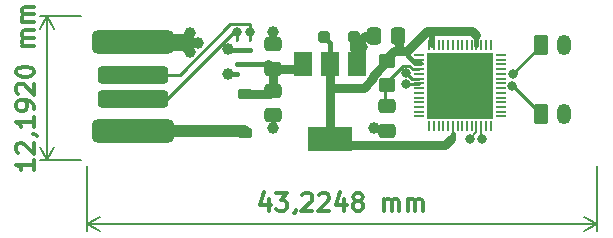
<source format=gbr>
%TF.GenerationSoftware,KiCad,Pcbnew,7.0.7-7.0.7~ubuntu22.04.1*%
%TF.CreationDate,2023-09-14T15:18:48+02:00*%
%TF.ProjectId,MoozyNano,4d6f6f7a-794e-4616-9e6f-2e6b69636164,rev?*%
%TF.SameCoordinates,Original*%
%TF.FileFunction,Copper,L1,Top*%
%TF.FilePolarity,Positive*%
%FSLAX46Y46*%
G04 Gerber Fmt 4.6, Leading zero omitted, Abs format (unit mm)*
G04 Created by KiCad (PCBNEW 7.0.7-7.0.7~ubuntu22.04.1) date 2023-09-14 15:18:48*
%MOMM*%
%LPD*%
G01*
G04 APERTURE LIST*
G04 Aperture macros list*
%AMRoundRect*
0 Rectangle with rounded corners*
0 $1 Rounding radius*
0 $2 $3 $4 $5 $6 $7 $8 $9 X,Y pos of 4 corners*
0 Add a 4 corners polygon primitive as box body*
4,1,4,$2,$3,$4,$5,$6,$7,$8,$9,$2,$3,0*
0 Add four circle primitives for the rounded corners*
1,1,$1+$1,$2,$3*
1,1,$1+$1,$4,$5*
1,1,$1+$1,$6,$7*
1,1,$1+$1,$8,$9*
0 Add four rect primitives between the rounded corners*
20,1,$1+$1,$2,$3,$4,$5,0*
20,1,$1+$1,$4,$5,$6,$7,0*
20,1,$1+$1,$6,$7,$8,$9,0*
20,1,$1+$1,$8,$9,$2,$3,0*%
G04 Aperture macros list end*
%ADD10C,0.300000*%
%TA.AperFunction,NonConductor*%
%ADD11C,0.300000*%
%TD*%
%TA.AperFunction,NonConductor*%
%ADD12C,0.200000*%
%TD*%
%TA.AperFunction,ComponentPad*%
%ADD13O,1.200000X1.750000*%
%TD*%
%TA.AperFunction,ComponentPad*%
%ADD14RoundRect,0.250000X-0.350000X-0.625000X0.350000X-0.625000X0.350000X0.625000X-0.350000X0.625000X0*%
%TD*%
%TA.AperFunction,SMDPad,CuDef*%
%ADD15RoundRect,0.250000X0.475000X-0.337500X0.475000X0.337500X-0.475000X0.337500X-0.475000X-0.337500X0*%
%TD*%
%TA.AperFunction,SMDPad,CuDef*%
%ADD16RoundRect,0.250000X-0.475000X0.337500X-0.475000X-0.337500X0.475000X-0.337500X0.475000X0.337500X0*%
%TD*%
%TA.AperFunction,SMDPad,CuDef*%
%ADD17RoundRect,0.250000X-0.337500X-0.475000X0.337500X-0.475000X0.337500X0.475000X-0.337500X0.475000X0*%
%TD*%
%TA.AperFunction,SMDPad,CuDef*%
%ADD18R,5.600000X5.600000*%
%TD*%
%TA.AperFunction,SMDPad,CuDef*%
%ADD19RoundRect,0.050000X-0.050000X-0.387500X0.050000X-0.387500X0.050000X0.387500X-0.050000X0.387500X0*%
%TD*%
%TA.AperFunction,SMDPad,CuDef*%
%ADD20RoundRect,0.050000X-0.387500X-0.050000X0.387500X-0.050000X0.387500X0.050000X-0.387500X0.050000X0*%
%TD*%
%TA.AperFunction,SMDPad,CuDef*%
%ADD21RoundRect,0.250000X-0.450000X0.350000X-0.450000X-0.350000X0.450000X-0.350000X0.450000X0.350000X0*%
%TD*%
%TA.AperFunction,SMDPad,CuDef*%
%ADD22RoundRect,0.225000X-0.375000X0.225000X-0.375000X-0.225000X0.375000X-0.225000X0.375000X0.225000X0*%
%TD*%
%TA.AperFunction,SMDPad,CuDef*%
%ADD23RoundRect,0.062500X0.062500X-0.117500X0.062500X0.117500X-0.062500X0.117500X-0.062500X-0.117500X0*%
%TD*%
%TA.AperFunction,SMDPad,CuDef*%
%ADD24RoundRect,0.500000X-3.000000X-0.500000X3.000000X-0.500000X3.000000X0.500000X-3.000000X0.500000X0*%
%TD*%
%TA.AperFunction,SMDPad,CuDef*%
%ADD25RoundRect,0.375000X-2.625000X-0.375000X2.625000X-0.375000X2.625000X0.375000X-2.625000X0.375000X0*%
%TD*%
%TA.AperFunction,SMDPad,CuDef*%
%ADD26RoundRect,0.250000X0.250000X0.250000X-0.250000X0.250000X-0.250000X-0.250000X0.250000X-0.250000X0*%
%TD*%
%TA.AperFunction,SMDPad,CuDef*%
%ADD27R,1.500000X2.000000*%
%TD*%
%TA.AperFunction,SMDPad,CuDef*%
%ADD28R,3.800000X2.000000*%
%TD*%
%TA.AperFunction,ViaPad*%
%ADD29C,0.800000*%
%TD*%
%TA.AperFunction,ViaPad*%
%ADD30C,1.000000*%
%TD*%
%TA.AperFunction,Conductor*%
%ADD31C,0.250000*%
%TD*%
%TA.AperFunction,Conductor*%
%ADD32C,0.800000*%
%TD*%
%TA.AperFunction,Conductor*%
%ADD33C,0.400000*%
%TD*%
%TA.AperFunction,Conductor*%
%ADD34C,0.200000*%
%TD*%
%TA.AperFunction,Conductor*%
%ADD35C,1.000000*%
%TD*%
%TA.AperFunction,Conductor*%
%ADD36C,1.400000*%
%TD*%
%TA.AperFunction,Conductor*%
%ADD37C,0.500000*%
%TD*%
G04 APERTURE END LIST*
D10*
D11*
X103119928Y-89637426D02*
X103119928Y-90494569D01*
X103119928Y-90065998D02*
X101619928Y-90065998D01*
X101619928Y-90065998D02*
X101834214Y-90208855D01*
X101834214Y-90208855D02*
X101977071Y-90351712D01*
X101977071Y-90351712D02*
X102048500Y-90494569D01*
X101762785Y-89065998D02*
X101691357Y-88994570D01*
X101691357Y-88994570D02*
X101619928Y-88851713D01*
X101619928Y-88851713D02*
X101619928Y-88494570D01*
X101619928Y-88494570D02*
X101691357Y-88351713D01*
X101691357Y-88351713D02*
X101762785Y-88280284D01*
X101762785Y-88280284D02*
X101905642Y-88208855D01*
X101905642Y-88208855D02*
X102048500Y-88208855D01*
X102048500Y-88208855D02*
X102262785Y-88280284D01*
X102262785Y-88280284D02*
X103119928Y-89137427D01*
X103119928Y-89137427D02*
X103119928Y-88208855D01*
X103048500Y-87494570D02*
X103119928Y-87494570D01*
X103119928Y-87494570D02*
X103262785Y-87565999D01*
X103262785Y-87565999D02*
X103334214Y-87637427D01*
X103119928Y-86065998D02*
X103119928Y-86923141D01*
X103119928Y-86494570D02*
X101619928Y-86494570D01*
X101619928Y-86494570D02*
X101834214Y-86637427D01*
X101834214Y-86637427D02*
X101977071Y-86780284D01*
X101977071Y-86780284D02*
X102048500Y-86923141D01*
X103119928Y-85351713D02*
X103119928Y-85065999D01*
X103119928Y-85065999D02*
X103048500Y-84923142D01*
X103048500Y-84923142D02*
X102977071Y-84851713D01*
X102977071Y-84851713D02*
X102762785Y-84708856D01*
X102762785Y-84708856D02*
X102477071Y-84637427D01*
X102477071Y-84637427D02*
X101905642Y-84637427D01*
X101905642Y-84637427D02*
X101762785Y-84708856D01*
X101762785Y-84708856D02*
X101691357Y-84780285D01*
X101691357Y-84780285D02*
X101619928Y-84923142D01*
X101619928Y-84923142D02*
X101619928Y-85208856D01*
X101619928Y-85208856D02*
X101691357Y-85351713D01*
X101691357Y-85351713D02*
X101762785Y-85423142D01*
X101762785Y-85423142D02*
X101905642Y-85494570D01*
X101905642Y-85494570D02*
X102262785Y-85494570D01*
X102262785Y-85494570D02*
X102405642Y-85423142D01*
X102405642Y-85423142D02*
X102477071Y-85351713D01*
X102477071Y-85351713D02*
X102548500Y-85208856D01*
X102548500Y-85208856D02*
X102548500Y-84923142D01*
X102548500Y-84923142D02*
X102477071Y-84780285D01*
X102477071Y-84780285D02*
X102405642Y-84708856D01*
X102405642Y-84708856D02*
X102262785Y-84637427D01*
X101762785Y-84065999D02*
X101691357Y-83994571D01*
X101691357Y-83994571D02*
X101619928Y-83851714D01*
X101619928Y-83851714D02*
X101619928Y-83494571D01*
X101619928Y-83494571D02*
X101691357Y-83351714D01*
X101691357Y-83351714D02*
X101762785Y-83280285D01*
X101762785Y-83280285D02*
X101905642Y-83208856D01*
X101905642Y-83208856D02*
X102048500Y-83208856D01*
X102048500Y-83208856D02*
X102262785Y-83280285D01*
X102262785Y-83280285D02*
X103119928Y-84137428D01*
X103119928Y-84137428D02*
X103119928Y-83208856D01*
X101619928Y-82280285D02*
X101619928Y-82137428D01*
X101619928Y-82137428D02*
X101691357Y-81994571D01*
X101691357Y-81994571D02*
X101762785Y-81923143D01*
X101762785Y-81923143D02*
X101905642Y-81851714D01*
X101905642Y-81851714D02*
X102191357Y-81780285D01*
X102191357Y-81780285D02*
X102548500Y-81780285D01*
X102548500Y-81780285D02*
X102834214Y-81851714D01*
X102834214Y-81851714D02*
X102977071Y-81923143D01*
X102977071Y-81923143D02*
X103048500Y-81994571D01*
X103048500Y-81994571D02*
X103119928Y-82137428D01*
X103119928Y-82137428D02*
X103119928Y-82280285D01*
X103119928Y-82280285D02*
X103048500Y-82423143D01*
X103048500Y-82423143D02*
X102977071Y-82494571D01*
X102977071Y-82494571D02*
X102834214Y-82566000D01*
X102834214Y-82566000D02*
X102548500Y-82637428D01*
X102548500Y-82637428D02*
X102191357Y-82637428D01*
X102191357Y-82637428D02*
X101905642Y-82566000D01*
X101905642Y-82566000D02*
X101762785Y-82494571D01*
X101762785Y-82494571D02*
X101691357Y-82423143D01*
X101691357Y-82423143D02*
X101619928Y-82280285D01*
X103119928Y-79994572D02*
X102119928Y-79994572D01*
X102262785Y-79994572D02*
X102191357Y-79923143D01*
X102191357Y-79923143D02*
X102119928Y-79780286D01*
X102119928Y-79780286D02*
X102119928Y-79566000D01*
X102119928Y-79566000D02*
X102191357Y-79423143D01*
X102191357Y-79423143D02*
X102334214Y-79351715D01*
X102334214Y-79351715D02*
X103119928Y-79351715D01*
X102334214Y-79351715D02*
X102191357Y-79280286D01*
X102191357Y-79280286D02*
X102119928Y-79137429D01*
X102119928Y-79137429D02*
X102119928Y-78923143D01*
X102119928Y-78923143D02*
X102191357Y-78780286D01*
X102191357Y-78780286D02*
X102334214Y-78708857D01*
X102334214Y-78708857D02*
X103119928Y-78708857D01*
X103119928Y-77994572D02*
X102119928Y-77994572D01*
X102262785Y-77994572D02*
X102191357Y-77923143D01*
X102191357Y-77923143D02*
X102119928Y-77780286D01*
X102119928Y-77780286D02*
X102119928Y-77566000D01*
X102119928Y-77566000D02*
X102191357Y-77423143D01*
X102191357Y-77423143D02*
X102334214Y-77351715D01*
X102334214Y-77351715D02*
X103119928Y-77351715D01*
X102334214Y-77351715D02*
X102191357Y-77280286D01*
X102191357Y-77280286D02*
X102119928Y-77137429D01*
X102119928Y-77137429D02*
X102119928Y-76923143D01*
X102119928Y-76923143D02*
X102191357Y-76780286D01*
X102191357Y-76780286D02*
X102334214Y-76708857D01*
X102334214Y-76708857D02*
X103119928Y-76708857D01*
D12*
X107069000Y-89662000D02*
X103655180Y-89662000D01*
X107069000Y-77470000D02*
X103655180Y-77470000D01*
X104241600Y-89662000D02*
X104241600Y-77470000D01*
X104241600Y-89662000D02*
X104241600Y-77470000D01*
X104241600Y-89662000D02*
X103655179Y-88535496D01*
X104241600Y-89662000D02*
X104828021Y-88535496D01*
X104241600Y-77470000D02*
X104828021Y-78596504D01*
X104241600Y-77470000D02*
X103655179Y-78596504D01*
D10*
D11*
X122967116Y-92989728D02*
X122967116Y-93989728D01*
X122609973Y-92418300D02*
X122252830Y-93489728D01*
X122252830Y-93489728D02*
X123181401Y-93489728D01*
X123609972Y-92489728D02*
X124538544Y-92489728D01*
X124538544Y-92489728D02*
X124038544Y-93061157D01*
X124038544Y-93061157D02*
X124252829Y-93061157D01*
X124252829Y-93061157D02*
X124395687Y-93132585D01*
X124395687Y-93132585D02*
X124467115Y-93204014D01*
X124467115Y-93204014D02*
X124538544Y-93346871D01*
X124538544Y-93346871D02*
X124538544Y-93704014D01*
X124538544Y-93704014D02*
X124467115Y-93846871D01*
X124467115Y-93846871D02*
X124395687Y-93918300D01*
X124395687Y-93918300D02*
X124252829Y-93989728D01*
X124252829Y-93989728D02*
X123824258Y-93989728D01*
X123824258Y-93989728D02*
X123681401Y-93918300D01*
X123681401Y-93918300D02*
X123609972Y-93846871D01*
X125252829Y-93918300D02*
X125252829Y-93989728D01*
X125252829Y-93989728D02*
X125181400Y-94132585D01*
X125181400Y-94132585D02*
X125109972Y-94204014D01*
X125824258Y-92632585D02*
X125895686Y-92561157D01*
X125895686Y-92561157D02*
X126038544Y-92489728D01*
X126038544Y-92489728D02*
X126395686Y-92489728D01*
X126395686Y-92489728D02*
X126538544Y-92561157D01*
X126538544Y-92561157D02*
X126609972Y-92632585D01*
X126609972Y-92632585D02*
X126681401Y-92775442D01*
X126681401Y-92775442D02*
X126681401Y-92918300D01*
X126681401Y-92918300D02*
X126609972Y-93132585D01*
X126609972Y-93132585D02*
X125752829Y-93989728D01*
X125752829Y-93989728D02*
X126681401Y-93989728D01*
X127252829Y-92632585D02*
X127324257Y-92561157D01*
X127324257Y-92561157D02*
X127467115Y-92489728D01*
X127467115Y-92489728D02*
X127824257Y-92489728D01*
X127824257Y-92489728D02*
X127967115Y-92561157D01*
X127967115Y-92561157D02*
X128038543Y-92632585D01*
X128038543Y-92632585D02*
X128109972Y-92775442D01*
X128109972Y-92775442D02*
X128109972Y-92918300D01*
X128109972Y-92918300D02*
X128038543Y-93132585D01*
X128038543Y-93132585D02*
X127181400Y-93989728D01*
X127181400Y-93989728D02*
X128109972Y-93989728D01*
X129395686Y-92989728D02*
X129395686Y-93989728D01*
X129038543Y-92418300D02*
X128681400Y-93489728D01*
X128681400Y-93489728D02*
X129609971Y-93489728D01*
X130395685Y-93132585D02*
X130252828Y-93061157D01*
X130252828Y-93061157D02*
X130181399Y-92989728D01*
X130181399Y-92989728D02*
X130109971Y-92846871D01*
X130109971Y-92846871D02*
X130109971Y-92775442D01*
X130109971Y-92775442D02*
X130181399Y-92632585D01*
X130181399Y-92632585D02*
X130252828Y-92561157D01*
X130252828Y-92561157D02*
X130395685Y-92489728D01*
X130395685Y-92489728D02*
X130681399Y-92489728D01*
X130681399Y-92489728D02*
X130824257Y-92561157D01*
X130824257Y-92561157D02*
X130895685Y-92632585D01*
X130895685Y-92632585D02*
X130967114Y-92775442D01*
X130967114Y-92775442D02*
X130967114Y-92846871D01*
X130967114Y-92846871D02*
X130895685Y-92989728D01*
X130895685Y-92989728D02*
X130824257Y-93061157D01*
X130824257Y-93061157D02*
X130681399Y-93132585D01*
X130681399Y-93132585D02*
X130395685Y-93132585D01*
X130395685Y-93132585D02*
X130252828Y-93204014D01*
X130252828Y-93204014D02*
X130181399Y-93275442D01*
X130181399Y-93275442D02*
X130109971Y-93418300D01*
X130109971Y-93418300D02*
X130109971Y-93704014D01*
X130109971Y-93704014D02*
X130181399Y-93846871D01*
X130181399Y-93846871D02*
X130252828Y-93918300D01*
X130252828Y-93918300D02*
X130395685Y-93989728D01*
X130395685Y-93989728D02*
X130681399Y-93989728D01*
X130681399Y-93989728D02*
X130824257Y-93918300D01*
X130824257Y-93918300D02*
X130895685Y-93846871D01*
X130895685Y-93846871D02*
X130967114Y-93704014D01*
X130967114Y-93704014D02*
X130967114Y-93418300D01*
X130967114Y-93418300D02*
X130895685Y-93275442D01*
X130895685Y-93275442D02*
X130824257Y-93204014D01*
X130824257Y-93204014D02*
X130681399Y-93132585D01*
X132752827Y-93989728D02*
X132752827Y-92989728D01*
X132752827Y-93132585D02*
X132824256Y-93061157D01*
X132824256Y-93061157D02*
X132967113Y-92989728D01*
X132967113Y-92989728D02*
X133181399Y-92989728D01*
X133181399Y-92989728D02*
X133324256Y-93061157D01*
X133324256Y-93061157D02*
X133395685Y-93204014D01*
X133395685Y-93204014D02*
X133395685Y-93989728D01*
X133395685Y-93204014D02*
X133467113Y-93061157D01*
X133467113Y-93061157D02*
X133609970Y-92989728D01*
X133609970Y-92989728D02*
X133824256Y-92989728D01*
X133824256Y-92989728D02*
X133967113Y-93061157D01*
X133967113Y-93061157D02*
X134038542Y-93204014D01*
X134038542Y-93204014D02*
X134038542Y-93989728D01*
X134752827Y-93989728D02*
X134752827Y-92989728D01*
X134752827Y-93132585D02*
X134824256Y-93061157D01*
X134824256Y-93061157D02*
X134967113Y-92989728D01*
X134967113Y-92989728D02*
X135181399Y-92989728D01*
X135181399Y-92989728D02*
X135324256Y-93061157D01*
X135324256Y-93061157D02*
X135395685Y-93204014D01*
X135395685Y-93204014D02*
X135395685Y-93989728D01*
X135395685Y-93204014D02*
X135467113Y-93061157D01*
X135467113Y-93061157D02*
X135609970Y-92989728D01*
X135609970Y-92989728D02*
X135824256Y-92989728D01*
X135824256Y-92989728D02*
X135967113Y-93061157D01*
X135967113Y-93061157D02*
X136038542Y-93204014D01*
X136038542Y-93204014D02*
X136038542Y-93989728D01*
D12*
X107569000Y-90162000D02*
X107569000Y-95697820D01*
X150793800Y-90162000D02*
X150793800Y-95697820D01*
X107569000Y-95111400D02*
X150793800Y-95111400D01*
X107569000Y-95111400D02*
X150793800Y-95111400D01*
X107569000Y-95111400D02*
X108695504Y-94524979D01*
X107569000Y-95111400D02*
X108695504Y-95697821D01*
X150793800Y-95111400D02*
X149667296Y-95697821D01*
X150793800Y-95111400D02*
X149667296Y-94524979D01*
D13*
%TO.P,J2,2,Pin_2*%
%TO.N,GND*%
X148015200Y-85810000D03*
D14*
%TO.P,J2,1,Pin_1*%
%TO.N,Net-(J2-Pin_1)*%
X146015200Y-85810000D03*
%TD*%
D13*
%TO.P,J1,2,Pin_2*%
%TO.N,GND*%
X148015200Y-79968000D03*
D14*
%TO.P,J1,1,Pin_1*%
%TO.N,Net-(J1-Pin_1)*%
X146015200Y-79968000D03*
%TD*%
D15*
%TO.P,C4,2*%
%TO.N,Net-(U2-CHIP_PU{slash}RESET)*%
X132994400Y-85119300D03*
%TO.P,C4,1*%
%TO.N,GND*%
X132994400Y-87194300D03*
%TD*%
D16*
%TO.P,C1,1*%
%TO.N,VBUS*%
X123342400Y-83823900D03*
%TO.P,C1,2*%
%TO.N,GND*%
X123342400Y-85898900D03*
%TD*%
D17*
%TO.P,C3,1*%
%TO.N,GND*%
X131880700Y-79197200D03*
%TO.P,C3,2*%
%TO.N,+3.3V*%
X133955700Y-79197200D03*
%TD*%
D18*
%TO.P,U2,57,GND*%
%TO.N,GND*%
X139172600Y-83388200D03*
D19*
%TO.P,U2,56,VDDA*%
%TO.N,+3.3V*%
X136572600Y-79950700D03*
%TO.P,U2,55,VDDA*%
X136972600Y-79950700D03*
%TO.P,U2,54,NC*%
%TO.N,unconnected-(U2-NC-Pad54)*%
X137372600Y-79950700D03*
%TO.P,U2,53,NC*%
%TO.N,unconnected-(U2-NC-Pad53)*%
X137772600Y-79950700D03*
%TO.P,U2,52,GPIO46*%
%TO.N,unconnected-(U2-GPIO46-Pad52)*%
X138172600Y-79950700D03*
%TO.P,U2,51,GPIO45*%
%TO.N,unconnected-(U2-GPIO45-Pad51)*%
X138572600Y-79950700D03*
%TO.P,U2,50,U0RXD/PROG/GPIO44*%
%TO.N,unconnected-(U2-U0RXD{slash}PROG{slash}GPIO44-Pad50)*%
X138972600Y-79950700D03*
%TO.P,U2,49,U0TXD/PROG/GPIO43*%
%TO.N,unconnected-(U2-U0TXD{slash}PROG{slash}GPIO43-Pad49)*%
X139372600Y-79950700D03*
%TO.P,U2,48,MTMS/JTAG/GPIO42*%
%TO.N,unconnected-(U2-MTMS{slash}JTAG{slash}GPIO42-Pad48)*%
X139772600Y-79950700D03*
%TO.P,U2,47,MTDI/JTAG/GPIO41*%
%TO.N,unconnected-(U2-MTDI{slash}JTAG{slash}GPIO41-Pad47)*%
X140172600Y-79950700D03*
%TO.P,U2,46,VDD3P3_CPU*%
%TO.N,+3.3V*%
X140572600Y-79950700D03*
%TO.P,U2,45,MTDO/JTAG/GPIO40*%
%TO.N,unconnected-(U2-MTDO{slash}JTAG{slash}GPIO40-Pad45)*%
X140972600Y-79950700D03*
%TO.P,U2,44,MTCK/JTAG/GPIO39*%
%TO.N,unconnected-(U2-MTCK{slash}JTAG{slash}GPIO39-Pad44)*%
X141372600Y-79950700D03*
%TO.P,U2,43,GPIO38*%
%TO.N,unconnected-(U2-GPIO38-Pad43)*%
X141772600Y-79950700D03*
D20*
%TO.P,U2,42,GPIO37*%
%TO.N,unconnected-(U2-GPIO37-Pad42)*%
X142610100Y-80788200D03*
%TO.P,U2,41,GPIO36*%
%TO.N,unconnected-(U2-GPIO36-Pad41)*%
X142610100Y-81188200D03*
%TO.P,U2,40,GPIO35*%
%TO.N,unconnected-(U2-GPIO35-Pad40)*%
X142610100Y-81588200D03*
%TO.P,U2,39,GPIO34*%
%TO.N,unconnected-(U2-GPIO34-Pad39)*%
X142610100Y-81988200D03*
%TO.P,U2,38,GPIO33*%
%TO.N,unconnected-(U2-GPIO33-Pad38)*%
X142610100Y-82388200D03*
%TO.P,U2,37,SPICLK_P/GPIO47*%
%TO.N,unconnected-(U2-SPICLK_P{slash}GPIO47-Pad37)*%
X142610100Y-82788200D03*
%TO.P,U2,36,SPICLK_N/GPIO48*%
%TO.N,unconnected-(U2-SPICLK_N{slash}GPIO48-Pad36)*%
X142610100Y-83188200D03*
%TO.P,U2,35,NC*%
%TO.N,unconnected-(U2-NC-Pad35)*%
X142610100Y-83588200D03*
%TO.P,U2,34,NC*%
%TO.N,unconnected-(U2-NC-Pad34)*%
X142610100Y-83988200D03*
%TO.P,U2,33,NC*%
%TO.N,unconnected-(U2-NC-Pad33)*%
X142610100Y-84388200D03*
%TO.P,U2,32,NC*%
%TO.N,unconnected-(U2-NC-Pad32)*%
X142610100Y-84788200D03*
%TO.P,U2,31,NC*%
%TO.N,unconnected-(U2-NC-Pad31)*%
X142610100Y-85188200D03*
%TO.P,U2,30,NC*%
%TO.N,unconnected-(U2-NC-Pad30)*%
X142610100Y-85588200D03*
%TO.P,U2,29,VDD_SPI*%
%TO.N,unconnected-(U2-VDD_SPI-Pad29)*%
X142610100Y-85988200D03*
D19*
%TO.P,U2,28,SPI_CS1/GPIO26*%
%TO.N,unconnected-(U2-SPI_CS1{slash}GPIO26-Pad28)*%
X141772600Y-86825700D03*
%TO.P,U2,27,GPIO21*%
%TO.N,unconnected-(U2-GPIO21-Pad27)*%
X141372600Y-86825700D03*
%TO.P,U2,26,GPIO20/USB_D+/ADC2_CH9*%
%TO.N,Net-(D3-A1)*%
X140972600Y-86825700D03*
%TO.P,U2,25,GPIO19/USB_D-/ADC2_CH8*%
%TO.N,Net-(D2-A1)*%
X140572600Y-86825700D03*
%TO.P,U2,24,GPIO18/ADC2_CH7*%
%TO.N,unconnected-(U2-GPIO18{slash}ADC2_CH7-Pad24)*%
X140172600Y-86825700D03*
%TO.P,U2,23,GPIO17/ADC2_CH6*%
%TO.N,unconnected-(U2-GPIO17{slash}ADC2_CH6-Pad23)*%
X139772600Y-86825700D03*
%TO.P,U2,22,GPIO16/ADC2_CH5/XTAL_32K_N*%
%TO.N,unconnected-(U2-GPIO16{slash}ADC2_CH5{slash}XTAL_32K_N-Pad22)*%
X139372600Y-86825700D03*
%TO.P,U2,21,GPIO15/ADC2_CH4/XTAL_32K_P*%
%TO.N,unconnected-(U2-GPIO15{slash}ADC2_CH4{slash}XTAL_32K_P-Pad21)*%
X138972600Y-86825700D03*
%TO.P,U2,20,VDD3P3_RTC*%
%TO.N,+3.3V*%
X138572600Y-86825700D03*
%TO.P,U2,19,GPIO14/ADC2_CH3*%
%TO.N,unconnected-(U2-GPIO14{slash}ADC2_CH3-Pad19)*%
X138172600Y-86825700D03*
%TO.P,U2,18,GPIO13/ADC2_CH2*%
%TO.N,unconnected-(U2-GPIO13{slash}ADC2_CH2-Pad18)*%
X137772600Y-86825700D03*
%TO.P,U2,17,GPIO12/ADC2_CH1*%
%TO.N,unconnected-(U2-GPIO12{slash}ADC2_CH1-Pad17)*%
X137372600Y-86825700D03*
%TO.P,U2,16,GPIO11/ADC2_CH0*%
%TO.N,unconnected-(U2-GPIO11{slash}ADC2_CH0-Pad16)*%
X136972600Y-86825700D03*
%TO.P,U2,15,GPIO10/ADC1_CH9*%
%TO.N,unconnected-(U2-GPIO10{slash}ADC1_CH9-Pad15)*%
X136572600Y-86825700D03*
D20*
%TO.P,U2,14,GPIO9/ADC1_CH8*%
%TO.N,unconnected-(U2-GPIO9{slash}ADC1_CH8-Pad14)*%
X135735100Y-85988200D03*
%TO.P,U2,13,GPIO8/ADC1_CH7*%
%TO.N,unconnected-(U2-GPIO8{slash}ADC1_CH7-Pad13)*%
X135735100Y-85588200D03*
%TO.P,U2,12,GPIO7/ADC1_CH6*%
%TO.N,unconnected-(U2-GPIO7{slash}ADC1_CH6-Pad12)*%
X135735100Y-85188200D03*
%TO.P,U2,11,GPIO6/ADC1_CH5*%
%TO.N,unconnected-(U2-GPIO6{slash}ADC1_CH5-Pad11)*%
X135735100Y-84788200D03*
%TO.P,U2,10,GPIO5/ADC1_CH4*%
%TO.N,unconnected-(U2-GPIO5{slash}ADC1_CH4-Pad10)*%
X135735100Y-84388200D03*
%TO.P,U2,9,GPIO4/ADC1_CH3*%
%TO.N,unconnected-(U2-GPIO4{slash}ADC1_CH3-Pad9)*%
X135735100Y-83988200D03*
%TO.P,U2,8,GPIO3/ADC1_CH2*%
%TO.N,Net-(J3-Pin_1)*%
X135735100Y-83588200D03*
%TO.P,U2,7,GPIO2/ADC1_CH1*%
%TO.N,Net-(J2-Pin_1)*%
X135735100Y-83188200D03*
%TO.P,U2,6,GPIO1/ADC1_CH0*%
%TO.N,Net-(J1-Pin_1)*%
X135735100Y-82788200D03*
%TO.P,U2,5,GPIO0/BOOT*%
%TO.N,unconnected-(U2-GPIO0{slash}BOOT-Pad5)*%
X135735100Y-82388200D03*
%TO.P,U2,4,CHIP_PU/RESET*%
%TO.N,Net-(U2-CHIP_PU{slash}RESET)*%
X135735100Y-81988200D03*
%TO.P,U2,3,VDD3P3*%
%TO.N,+3.3V*%
X135735100Y-81588200D03*
%TO.P,U2,2,VDD3P3*%
X135735100Y-81188200D03*
%TO.P,U2,1,LNA_IN/RF*%
%TO.N,unconnected-(U2-LNA_IN{slash}RF-Pad1)*%
X135735100Y-80788200D03*
%TD*%
D21*
%TO.P,R1,1*%
%TO.N,+3.3V*%
X133019800Y-81321400D03*
%TO.P,R1,2*%
%TO.N,Net-(U2-CHIP_PU{slash}RESET)*%
X133019800Y-83321400D03*
%TD*%
D15*
%TO.P,C2,1*%
%TO.N,VBUS*%
X123317000Y-81936500D03*
%TO.P,C2,2*%
%TO.N,GND*%
X123317000Y-79861500D03*
%TD*%
D22*
%TO.P,D5,1,K*%
%TO.N,VBUS*%
X120980200Y-84049600D03*
%TO.P,D5,2,A*%
%TO.N,/Vusb*%
X120980200Y-87349600D03*
%TD*%
D23*
%TO.P,D2,1,A1*%
%TO.N,Net-(D2-A1)*%
X121412000Y-79484700D03*
%TO.P,D2,2,A2*%
%TO.N,GND*%
X121412000Y-80324700D03*
%TD*%
D24*
%TO.P,U3,1,GND*%
%TO.N,GND*%
X111455200Y-79723600D03*
D25*
%TO.P,U3,2,D+*%
%TO.N,Net-(D2-A1)*%
X111455200Y-82473600D03*
%TO.P,U3,3,D-*%
%TO.N,Net-(D3-A1)*%
X111455200Y-84473600D03*
D24*
%TO.P,U3,4,VUSB*%
%TO.N,/Vusb*%
X111455200Y-87223600D03*
%TD*%
D26*
%TO.P,D1,1,K*%
%TO.N,GND*%
X130180400Y-79273400D03*
%TO.P,D1,2,A*%
%TO.N,+3.3V*%
X127680400Y-79273400D03*
%TD*%
D27*
%TO.P,U1,1,GND*%
%TO.N,GND*%
X130455500Y-81558600D03*
%TO.P,U1,2,VO*%
%TO.N,+3.3V*%
X128155500Y-81558600D03*
D28*
X128155500Y-87858600D03*
D27*
%TO.P,U1,3,VI*%
%TO.N,VBUS*%
X125855500Y-81558600D03*
%TD*%
D23*
%TO.P,D3,1,A1*%
%TO.N,Net-(D3-A1)*%
X120269000Y-79484700D03*
%TO.P,D3,2,A2*%
%TO.N,GND*%
X120269000Y-80324700D03*
%TD*%
%TO.P,D4,1,A1*%
%TO.N,VBUS*%
X120269000Y-81542100D03*
%TO.P,D4,2,A2*%
%TO.N,GND*%
X120269000Y-82382100D03*
%TD*%
D29*
%TO.N,Net-(D2-A1)*%
X139993600Y-87895200D03*
D30*
%TO.N,GND*%
X130886200Y-80137000D03*
D29*
%TO.N,Net-(D2-A1)*%
X121412000Y-78816200D03*
%TO.N,Net-(D3-A1)*%
X120269000Y-78841600D03*
D30*
%TO.N,GND*%
X119557800Y-80314800D03*
X119557800Y-82397600D03*
X123317000Y-78816200D03*
X123342400Y-86969600D03*
X116332000Y-80568800D03*
X117017800Y-79730600D03*
X116332000Y-78892400D03*
D29*
X140984200Y-85177400D03*
X137402800Y-81519800D03*
D30*
X131876800Y-86984200D03*
D29*
X137402800Y-85202800D03*
X140984200Y-81570600D03*
%TO.N,Net-(J1-Pin_1)*%
X143625800Y-82434200D03*
X134631474Y-82307200D03*
%TO.N,Net-(D3-A1)*%
X141009600Y-87895200D03*
%TO.N,Net-(J2-Pin_1)*%
X143613100Y-83437500D03*
X134648448Y-83207352D03*
%TD*%
D31*
%TO.N,Net-(J2-Pin_1)*%
X143613100Y-83437500D02*
X143642700Y-83437500D01*
X143642700Y-83437500D02*
X146015200Y-85810000D01*
%TO.N,Net-(J1-Pin_1)*%
X143625800Y-82434200D02*
X143625800Y-82357400D01*
X143625800Y-82357400D02*
X146015200Y-79968000D01*
D32*
%TO.N,GND*%
X130886200Y-79451200D02*
X131140200Y-79197200D01*
X131140200Y-79197200D02*
X131880700Y-79197200D01*
X130180400Y-79431200D02*
X130180400Y-80292600D01*
X130180400Y-80292600D02*
X130455500Y-80567700D01*
D33*
X130180400Y-79431200D02*
X130180400Y-79273400D01*
X130455500Y-80567700D02*
X130455500Y-81558600D01*
D32*
X130886200Y-80137000D02*
X130180400Y-79431200D01*
%TO.N,+3.3V*%
X133985000Y-80473000D02*
X134680060Y-80473000D01*
X133562600Y-80473000D02*
X133985000Y-80473000D01*
X133985000Y-80473000D02*
X133985000Y-79226500D01*
X133985000Y-79226500D02*
X133955700Y-79197200D01*
X128155500Y-83565600D02*
X131013600Y-83565600D01*
X131819800Y-82521400D02*
X133019800Y-81321400D01*
X131013600Y-83565600D02*
X131819800Y-82759400D01*
X131819800Y-82759400D02*
X131819800Y-82521400D01*
D31*
%TO.N,Net-(U2-CHIP_PU{slash}RESET)*%
X133019800Y-83321400D02*
X133019800Y-83034990D01*
X133019800Y-83034990D02*
X134372590Y-81682200D01*
X134372590Y-81682200D02*
X134890358Y-81682200D01*
X134890358Y-81682200D02*
X135196358Y-81988200D01*
X135196358Y-81988200D02*
X135735100Y-81988200D01*
X132861400Y-85093900D02*
X132861400Y-83327400D01*
X132861400Y-83327400D02*
X132892800Y-83296000D01*
D33*
%TO.N,+3.3V*%
X132861400Y-81174200D02*
X132861400Y-81502700D01*
D32*
X128155500Y-87858600D02*
X128688900Y-88392000D01*
X128688900Y-88392000D02*
X137922000Y-88392000D01*
X137922000Y-88392000D02*
X138418800Y-87895200D01*
D34*
%TO.N,Net-(D2-A1)*%
X140572600Y-87316200D02*
X139993600Y-87895200D01*
D31*
X139993600Y-87895200D02*
X140190600Y-87895200D01*
D34*
X140572600Y-86825700D02*
X140572600Y-87316200D01*
D33*
%TO.N,+3.3V*%
X134806331Y-80884800D02*
X135365132Y-81443600D01*
X135365132Y-81443600D02*
X135802600Y-81443600D01*
D32*
X132861400Y-81174200D02*
X133562600Y-80473000D01*
X140213817Y-78776600D02*
X140500417Y-79063200D01*
X134680060Y-80473000D02*
X136376460Y-78776600D01*
X136376460Y-78776600D02*
X140213817Y-78776600D01*
D33*
X128155500Y-81558600D02*
X128155500Y-79748500D01*
X128155500Y-79748500D02*
X127680400Y-79273400D01*
D32*
X128155500Y-87858600D02*
X128815900Y-88519000D01*
%TO.N,VBUS*%
X123317000Y-81936500D02*
X125477600Y-81936500D01*
X125477600Y-81936500D02*
X125855500Y-81558600D01*
D31*
%TO.N,Net-(D3-A1)*%
X111455200Y-84473600D02*
X114373695Y-84473600D01*
X114373695Y-84473600D02*
X120005695Y-78841600D01*
X120005695Y-78841600D02*
X120269000Y-78841600D01*
%TO.N,Net-(D2-A1)*%
X121412000Y-78181200D02*
X121412000Y-78816200D01*
X121412000Y-79484700D02*
X121412000Y-78816200D01*
%TO.N,Net-(D3-A1)*%
X120269000Y-79484700D02*
X120269000Y-78841600D01*
%TO.N,Net-(D2-A1)*%
X111455200Y-82473600D02*
X115452505Y-82473600D01*
X115452505Y-82473600D02*
X119744905Y-78181200D01*
X119744905Y-78181200D02*
X121412000Y-78181200D01*
D33*
%TO.N,GND*%
X119567700Y-80324700D02*
X119557800Y-80314800D01*
X120269000Y-80324700D02*
X119567700Y-80324700D01*
X121412000Y-80324700D02*
X120269000Y-80324700D01*
X119573300Y-82382100D02*
X119557800Y-82397600D01*
X120269000Y-82382100D02*
X119573300Y-82382100D01*
%TO.N,VBUS*%
X120269000Y-81542100D02*
X122922600Y-81542100D01*
D32*
X122922600Y-81542100D02*
X123317000Y-81936500D01*
X120980200Y-84049600D02*
X123116700Y-84049600D01*
X123116700Y-84049600D02*
X123342400Y-83823900D01*
X123342400Y-83823900D02*
X123342400Y-81961900D01*
X123342400Y-81961900D02*
X123317000Y-81936500D01*
D33*
%TO.N,GND*%
X123317000Y-79861500D02*
X123317000Y-78816200D01*
X123342400Y-85898900D02*
X123342400Y-86969600D01*
D35*
%TO.N,/Vusb*%
X111455200Y-87223600D02*
X120854200Y-87223600D01*
D31*
X120854200Y-87223600D02*
X120980200Y-87349600D01*
D32*
%TO.N,GND*%
X115486800Y-79723600D02*
X116332000Y-80568800D01*
D36*
X111455200Y-79723600D02*
X115486800Y-79723600D01*
D33*
X117010800Y-79723600D02*
X117017800Y-79730600D01*
D32*
X111455200Y-79723600D02*
X117010800Y-79723600D01*
X115500800Y-79723600D02*
X116332000Y-78892400D01*
D33*
X111455200Y-79723600D02*
X115500800Y-79723600D01*
X139172600Y-83388200D02*
X139172600Y-83636200D01*
X132861400Y-86984200D02*
X132861400Y-86941200D01*
X132861400Y-86984200D02*
X131685200Y-86984200D01*
X139293600Y-83388200D02*
X139172600Y-83388200D01*
D31*
%TO.N,Net-(J1-Pin_1)*%
X135112474Y-82788200D02*
X135735100Y-82788200D01*
X134631474Y-82307200D02*
X135112474Y-82788200D01*
D34*
%TO.N,Net-(D3-A1)*%
X140972600Y-86825700D02*
X140972600Y-87858200D01*
D31*
X140972600Y-87858200D02*
X141009600Y-87895200D01*
D32*
%TO.N,+3.3V*%
X128155500Y-87858600D02*
X128155500Y-85216600D01*
D33*
X138572600Y-87436600D02*
X138572600Y-87741400D01*
D37*
X136772600Y-79035400D02*
X136772600Y-79950700D01*
D32*
X128155500Y-85216600D02*
X128155500Y-83565600D01*
X128155500Y-87858600D02*
X129603700Y-87858600D01*
D33*
X138418800Y-87895200D02*
X138572600Y-87741400D01*
D34*
X138572600Y-86825700D02*
X138572600Y-87436600D01*
D33*
X140572600Y-79950700D02*
X140572600Y-79279400D01*
D32*
X128155500Y-83565600D02*
X128155500Y-81558600D01*
D33*
X128175500Y-81538600D02*
X128155500Y-81558600D01*
D31*
%TO.N,Net-(J2-Pin_1)*%
X135715948Y-83207352D02*
X135735100Y-83188200D01*
X134648448Y-83207352D02*
X135715948Y-83207352D01*
%TD*%
M02*

</source>
